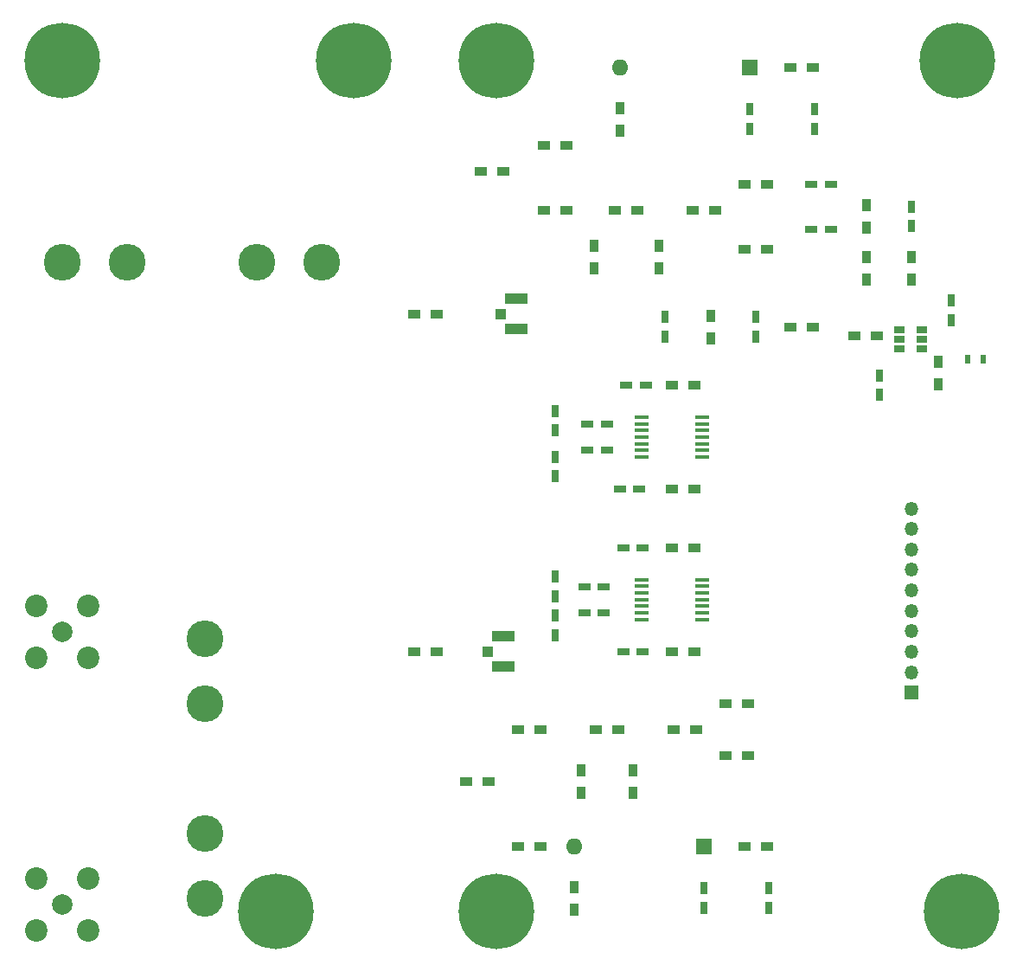
<source format=gts>
G04 #@! TF.FileFunction,Soldermask,Top*
%FSLAX46Y46*%
G04 Gerber Fmt 4.6, Leading zero omitted, Abs format (unit mm)*
G04 Created by KiCad (PCBNEW 4.0.6) date Friday, July 21, 2017 'PMt' 04:29:49 PM*
%MOMM*%
%LPD*%
G01*
G04 APERTURE LIST*
%ADD10C,0.100000*%
%ADD11R,1.000000X1.000000*%
%ADD12R,2.200000X1.000000*%
%ADD13R,0.750000X1.200000*%
%ADD14R,1.200000X0.750000*%
%ADD15R,1.600000X1.600000*%
%ADD16O,1.600000X1.600000*%
%ADD17C,2.200000*%
%ADD18C,2.000000*%
%ADD19R,1.350000X1.350000*%
%ADD20O,1.350000X1.350000*%
%ADD21R,0.900000X1.200000*%
%ADD22R,0.500000X0.900000*%
%ADD23R,1.200000X0.900000*%
%ADD24C,3.600000*%
%ADD25R,1.060000X0.650000*%
%ADD26R,1.450000X0.450000*%
%ADD27C,7.400000*%
%ADD28C,0.600000*%
G04 APERTURE END LIST*
D10*
D11*
X149630000Y-71120000D03*
D12*
X151130000Y-69620000D03*
X151130000Y-72620000D03*
D11*
X148360000Y-104140000D03*
D12*
X149860000Y-102640000D03*
X149860000Y-105640000D03*
D13*
X186690000Y-79055000D03*
X186690000Y-77155000D03*
X189865000Y-62545000D03*
X189865000Y-60645000D03*
X193739941Y-69812021D03*
X193739941Y-71712021D03*
D14*
X181925000Y-58420000D03*
X180025000Y-58420000D03*
X181925000Y-62865000D03*
X180025000Y-62865000D03*
D13*
X165735000Y-71440000D03*
X165735000Y-73340000D03*
X174625000Y-71440000D03*
X174625000Y-73340000D03*
X173990000Y-53020000D03*
X173990000Y-51120000D03*
X180340000Y-53020000D03*
X180340000Y-51120000D03*
X169545000Y-129220000D03*
X169545000Y-127320000D03*
X175895000Y-129220000D03*
X175895000Y-127320000D03*
X154940000Y-96840000D03*
X154940000Y-98740000D03*
X154940000Y-102550000D03*
X154940000Y-100650000D03*
D14*
X161610000Y-93980000D03*
X163510000Y-93980000D03*
X159700000Y-97790000D03*
X157800000Y-97790000D03*
X159700000Y-100330000D03*
X157800000Y-100330000D03*
X161610000Y-104140000D03*
X163510000Y-104140000D03*
D13*
X154940000Y-80645000D03*
X154940000Y-82545000D03*
X154940000Y-86995000D03*
X154940000Y-85095000D03*
D14*
X161930000Y-78105000D03*
X163830000Y-78105000D03*
X160020000Y-81915000D03*
X158120000Y-81915000D03*
X160020000Y-84455000D03*
X158120000Y-84455000D03*
X161290000Y-88265000D03*
X163190000Y-88265000D03*
D15*
X173990000Y-46990000D03*
D16*
X161290000Y-46990000D03*
D15*
X169545000Y-123190000D03*
D16*
X156845000Y-123190000D03*
D17*
X104140000Y-104775000D03*
X104140000Y-99695000D03*
X109220000Y-99695000D03*
X109220000Y-104775000D03*
D18*
X106680000Y-102235000D03*
D17*
X104140000Y-131445000D03*
X104140000Y-126365000D03*
X109220000Y-126365000D03*
X109220000Y-131445000D03*
D18*
X106680000Y-128905000D03*
D19*
X189865000Y-108170000D03*
D20*
X189865000Y-106170000D03*
X189865000Y-104170000D03*
X189865000Y-102170000D03*
X189865000Y-100170000D03*
X189865000Y-98170000D03*
X189865000Y-96170000D03*
X189865000Y-94170000D03*
X189865000Y-92170000D03*
X189865000Y-90170000D03*
D21*
X192469941Y-75842021D03*
X192469941Y-78042021D03*
D22*
X196850000Y-75565000D03*
X195350000Y-75565000D03*
D23*
X186414941Y-73302021D03*
X184214941Y-73302021D03*
D21*
X189865000Y-67775000D03*
X189865000Y-65575000D03*
X185420000Y-67775000D03*
X185420000Y-65575000D03*
X185420000Y-60495000D03*
X185420000Y-62695000D03*
X170180000Y-71290000D03*
X170180000Y-73490000D03*
D23*
X177970000Y-72390000D03*
X180170000Y-72390000D03*
D21*
X161290000Y-53170000D03*
X161290000Y-50970000D03*
D23*
X180170000Y-46990000D03*
X177970000Y-46990000D03*
D21*
X156845000Y-129370000D03*
X156845000Y-127170000D03*
D23*
X175725000Y-123190000D03*
X173525000Y-123190000D03*
X168570000Y-93980000D03*
X166370000Y-93980000D03*
X166370000Y-104140000D03*
X168570000Y-104140000D03*
X168570000Y-78105000D03*
X166370000Y-78105000D03*
X166370000Y-88265000D03*
X168570000Y-88265000D03*
X149860000Y-57150000D03*
X147660000Y-57150000D03*
X156040000Y-54610000D03*
X153840000Y-54610000D03*
X156040000Y-60960000D03*
X153840000Y-60960000D03*
D21*
X158750000Y-66675000D03*
X158750000Y-64475000D03*
D23*
X163025000Y-60960000D03*
X160825000Y-60960000D03*
D21*
X165100000Y-66675000D03*
X165100000Y-64475000D03*
D23*
X170645000Y-60960000D03*
X168445000Y-60960000D03*
X175725000Y-64770000D03*
X173525000Y-64770000D03*
X175725000Y-58420000D03*
X173525000Y-58420000D03*
X148420000Y-116840000D03*
X146220000Y-116840000D03*
X153500000Y-123190000D03*
X151300000Y-123190000D03*
X153500000Y-111760000D03*
X151300000Y-111760000D03*
D21*
X157480000Y-117940000D03*
X157480000Y-115740000D03*
D23*
X161120000Y-111760000D03*
X158920000Y-111760000D03*
D21*
X162560000Y-117940000D03*
X162560000Y-115740000D03*
D23*
X168740000Y-111760000D03*
X166540000Y-111760000D03*
X173820000Y-109220000D03*
X171620000Y-109220000D03*
X173820000Y-114300000D03*
X171620000Y-114300000D03*
D24*
X120650000Y-121920000D03*
X120650000Y-109220000D03*
X120650000Y-102870000D03*
X120650000Y-128270000D03*
X125730000Y-66040000D03*
X113030000Y-66040000D03*
X106680000Y-66040000D03*
X132080000Y-66040000D03*
D25*
X190859941Y-74567021D03*
X190859941Y-73617021D03*
X190859941Y-72667021D03*
X188659941Y-72667021D03*
X188659941Y-74567021D03*
X188659941Y-73617021D03*
D26*
X163420000Y-97110000D03*
X163420000Y-97760000D03*
X163420000Y-98410000D03*
X163420000Y-99060000D03*
X163420000Y-99710000D03*
X163420000Y-100360000D03*
X163420000Y-101010000D03*
X169320000Y-101010000D03*
X169320000Y-100360000D03*
X169320000Y-99710000D03*
X169320000Y-99060000D03*
X169320000Y-98410000D03*
X169320000Y-97760000D03*
X169320000Y-97110000D03*
X163420000Y-81235000D03*
X163420000Y-81885000D03*
X163420000Y-82535000D03*
X163420000Y-83185000D03*
X163420000Y-83835000D03*
X163420000Y-84485000D03*
X163420000Y-85135000D03*
X169320000Y-85135000D03*
X169320000Y-84485000D03*
X169320000Y-83835000D03*
X169320000Y-83185000D03*
X169320000Y-82535000D03*
X169320000Y-81885000D03*
X169320000Y-81235000D03*
D23*
X143340000Y-104140000D03*
X141140000Y-104140000D03*
X143340000Y-71120000D03*
X141140000Y-71120000D03*
D27*
X194310000Y-46355000D03*
D28*
X197085000Y-46355000D03*
X196272221Y-48317221D03*
X194310000Y-49130000D03*
X192347779Y-48317221D03*
X191535000Y-46355000D03*
X192347779Y-44392779D03*
X194310000Y-43580000D03*
X196272221Y-44392779D03*
D27*
X149225000Y-46355000D03*
D28*
X152000000Y-46355000D03*
X151187221Y-48317221D03*
X149225000Y-49130000D03*
X147262779Y-48317221D03*
X146450000Y-46355000D03*
X147262779Y-44392779D03*
X149225000Y-43580000D03*
X151187221Y-44392779D03*
D27*
X149225000Y-129540000D03*
D28*
X152000000Y-129540000D03*
X151187221Y-131502221D03*
X149225000Y-132315000D03*
X147262779Y-131502221D03*
X146450000Y-129540000D03*
X147262779Y-127577779D03*
X149225000Y-126765000D03*
X151187221Y-127577779D03*
D27*
X194710000Y-129540000D03*
D28*
X197485000Y-129540000D03*
X196672221Y-131502221D03*
X194710000Y-132315000D03*
X192747779Y-131502221D03*
X191935000Y-129540000D03*
X192747779Y-127577779D03*
X194710000Y-126765000D03*
X196672221Y-127577779D03*
D27*
X127635000Y-129540000D03*
D28*
X130410000Y-129540000D03*
X129597221Y-131502221D03*
X127635000Y-132315000D03*
X125672779Y-131502221D03*
X124860000Y-129540000D03*
X125672779Y-127577779D03*
X127635000Y-126765000D03*
X129597221Y-127577779D03*
D27*
X106680000Y-46355000D03*
D28*
X109455000Y-46355000D03*
X108642221Y-48317221D03*
X106680000Y-49130000D03*
X104717779Y-48317221D03*
X103905000Y-46355000D03*
X104717779Y-44392779D03*
X106680000Y-43580000D03*
X108642221Y-44392779D03*
D27*
X135255000Y-46355000D03*
D28*
X138030000Y-46355000D03*
X137217221Y-48317221D03*
X135255000Y-49130000D03*
X133292779Y-48317221D03*
X132480000Y-46355000D03*
X133292779Y-44392779D03*
X135255000Y-43580000D03*
X137217221Y-44392779D03*
M02*

</source>
